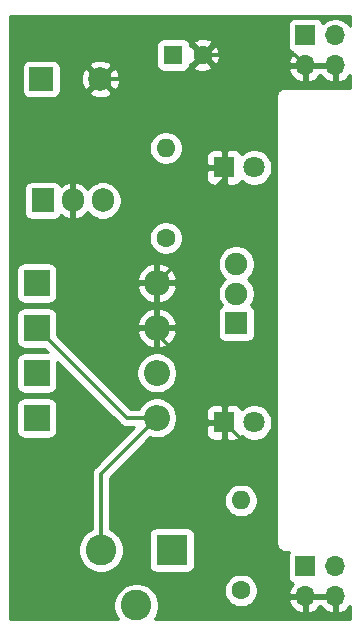
<source format=gbl>
%TF.GenerationSoftware,KiCad,Pcbnew,5.1.7-a382d34a8~87~ubuntu20.04.1*%
%TF.CreationDate,2020-11-05T15:25:51-03:00*%
%TF.ProjectId,Power_Suply,506f7765-725f-4537-9570-6c792e6b6963,1*%
%TF.SameCoordinates,Original*%
%TF.FileFunction,Copper,L2,Bot*%
%TF.FilePolarity,Positive*%
%FSLAX46Y46*%
G04 Gerber Fmt 4.6, Leading zero omitted, Abs format (unit mm)*
G04 Created by KiCad (PCBNEW 5.1.7-a382d34a8~87~ubuntu20.04.1) date 2020-11-05 15:25:51*
%MOMM*%
%LPD*%
G01*
G04 APERTURE LIST*
%TA.AperFunction,ComponentPad*%
%ADD10R,2.000000X2.000000*%
%TD*%
%TA.AperFunction,ComponentPad*%
%ADD11C,2.000000*%
%TD*%
%TA.AperFunction,ComponentPad*%
%ADD12R,1.600000X1.600000*%
%TD*%
%TA.AperFunction,ComponentPad*%
%ADD13C,1.600000*%
%TD*%
%TA.AperFunction,ComponentPad*%
%ADD14O,2.200000X2.200000*%
%TD*%
%TA.AperFunction,ComponentPad*%
%ADD15R,2.200000X2.200000*%
%TD*%
%TA.AperFunction,ComponentPad*%
%ADD16R,1.800000X1.800000*%
%TD*%
%TA.AperFunction,ComponentPad*%
%ADD17C,1.800000*%
%TD*%
%TA.AperFunction,ComponentPad*%
%ADD18R,2.600000X2.600000*%
%TD*%
%TA.AperFunction,ComponentPad*%
%ADD19C,2.600000*%
%TD*%
%TA.AperFunction,ComponentPad*%
%ADD20R,1.700000X1.700000*%
%TD*%
%TA.AperFunction,ComponentPad*%
%ADD21O,1.700000X1.700000*%
%TD*%
%TA.AperFunction,ComponentPad*%
%ADD22O,1.600000X1.600000*%
%TD*%
%TA.AperFunction,ComponentPad*%
%ADD23R,1.900000X1.900000*%
%TD*%
%TA.AperFunction,ComponentPad*%
%ADD24C,1.900000*%
%TD*%
%TA.AperFunction,ComponentPad*%
%ADD25R,1.905000X2.000000*%
%TD*%
%TA.AperFunction,ComponentPad*%
%ADD26O,1.905000X2.000000*%
%TD*%
%TA.AperFunction,Conductor*%
%ADD27C,0.300000*%
%TD*%
%TA.AperFunction,Conductor*%
%ADD28C,0.254000*%
%TD*%
%TA.AperFunction,Conductor*%
%ADD29C,0.100000*%
%TD*%
G04 APERTURE END LIST*
D10*
%TO.P,C1,1*%
%TO.N,/Vin*%
X53975000Y-70358000D03*
D11*
%TO.P,C1,2*%
%TO.N,/V-*%
X58975000Y-70358000D03*
%TD*%
D12*
%TO.P,C2,1*%
%TO.N,/Vout1*%
X65151000Y-68326000D03*
D13*
%TO.P,C2,2*%
%TO.N,/V-*%
X67651000Y-68326000D03*
%TD*%
D14*
%TO.P,D1,2*%
%TO.N,Net-(D1-Pad2)*%
X63754000Y-95250000D03*
D15*
%TO.P,D1,1*%
%TO.N,/Vin*%
X53594000Y-95250000D03*
%TD*%
D14*
%TO.P,D2,2*%
%TO.N,/V-*%
X63754000Y-87630000D03*
D15*
%TO.P,D2,1*%
%TO.N,Net-(D1-Pad2)*%
X53594000Y-87630000D03*
%TD*%
%TO.P,D3,1*%
%TO.N,/Vin*%
X53594000Y-99060000D03*
D14*
%TO.P,D3,2*%
%TO.N,Net-(D3-Pad2)*%
X63754000Y-99060000D03*
%TD*%
D15*
%TO.P,D4,1*%
%TO.N,Net-(D3-Pad2)*%
X53594000Y-91440000D03*
D14*
%TO.P,D4,2*%
%TO.N,/V-*%
X63754000Y-91440000D03*
%TD*%
D16*
%TO.P,D5,1*%
%TO.N,/V-*%
X69469000Y-99441000D03*
D17*
%TO.P,D5,2*%
%TO.N,Net-(D5-Pad2)*%
X72009000Y-99441000D03*
%TD*%
%TO.P,D6,2*%
%TO.N,Net-(D6-Pad2)*%
X72009000Y-77851000D03*
D16*
%TO.P,D6,1*%
%TO.N,/V-*%
X69469000Y-77851000D03*
%TD*%
D18*
%TO.P,J1,1*%
%TO.N,Net-(D1-Pad2)*%
X65024000Y-110236000D03*
D19*
%TO.P,J1,2*%
%TO.N,Net-(D3-Pad2)*%
X59024000Y-110236000D03*
%TO.P,J1,3*%
%TO.N,Net-(J1-Pad3)*%
X62024000Y-114936000D03*
%TD*%
D20*
%TO.P,J2,1*%
%TO.N,/Vout2*%
X76327000Y-66675000D03*
D21*
%TO.P,J2,2*%
X78867000Y-66675000D03*
%TO.P,J2,3*%
%TO.N,/V-*%
X76327000Y-69215000D03*
%TO.P,J2,4*%
X78867000Y-69215000D03*
%TD*%
%TO.P,J3,4*%
%TO.N,/V-*%
X78867000Y-114173000D03*
%TO.P,J3,3*%
X76327000Y-114173000D03*
%TO.P,J3,2*%
%TO.N,/Vout2*%
X78867000Y-111633000D03*
D20*
%TO.P,J3,1*%
X76327000Y-111633000D03*
%TD*%
D13*
%TO.P,R1,1*%
%TO.N,/Vout1*%
X70866000Y-113665000D03*
D22*
%TO.P,R1,2*%
%TO.N,Net-(D5-Pad2)*%
X70866000Y-106045000D03*
%TD*%
%TO.P,R2,2*%
%TO.N,Net-(D6-Pad2)*%
X64516000Y-76200000D03*
D13*
%TO.P,R2,1*%
%TO.N,/Vout2*%
X64516000Y-83820000D03*
%TD*%
D23*
%TO.P,SW1,1*%
%TO.N,/Vout2*%
X70485000Y-91026000D03*
D24*
%TO.P,SW1,2*%
%TO.N,/Vout1*%
X70485000Y-88526000D03*
%TO.P,SW1,3*%
%TO.N,Net-(SW1-Pad3)*%
X70485000Y-86026000D03*
%TD*%
D25*
%TO.P,U1,1*%
%TO.N,/Vin*%
X54102000Y-80645000D03*
D26*
%TO.P,U1,2*%
%TO.N,/V-*%
X56642000Y-80645000D03*
%TO.P,U1,3*%
%TO.N,/Vout1*%
X59182000Y-80645000D03*
%TD*%
D27*
%TO.N,/V-*%
X78867000Y-114173000D02*
X76327000Y-114173000D01*
X76327000Y-114173000D02*
X74676000Y-114173000D01*
X74676000Y-114173000D02*
X73660000Y-113157000D01*
X73660000Y-103632000D02*
X69469000Y-99441000D01*
X73660000Y-113157000D02*
X73660000Y-103632000D01*
X63754000Y-87630000D02*
X63754000Y-87249000D01*
X56642000Y-72691000D02*
X58975000Y-70358000D01*
X56642000Y-80645000D02*
X56642000Y-72691000D01*
X65619000Y-70358000D02*
X67651000Y-68326000D01*
X58975000Y-70358000D02*
X65619000Y-70358000D01*
X78867000Y-69215000D02*
X76327000Y-69215000D01*
X75438000Y-68326000D02*
X76327000Y-69215000D01*
X67651000Y-68326000D02*
X75438000Y-68326000D01*
X63754000Y-91440000D02*
X63754000Y-87630000D01*
X63754000Y-87630000D02*
X60960000Y-87630000D01*
X56642000Y-83312000D02*
X56642000Y-80645000D01*
X60960000Y-87630000D02*
X56642000Y-83312000D01*
X63754000Y-91440000D02*
X63754000Y-91948000D01*
X69469000Y-97663000D02*
X69469000Y-99441000D01*
X63754000Y-91948000D02*
X69469000Y-97663000D01*
X69469000Y-77851000D02*
X69469000Y-78867000D01*
X69469000Y-78867000D02*
X66548000Y-81788000D01*
X66548000Y-84836000D02*
X63754000Y-87630000D01*
X66548000Y-81788000D02*
X66548000Y-84836000D01*
%TO.N,Net-(D3-Pad2)*%
X59024000Y-103790000D02*
X63754000Y-99060000D01*
X59024000Y-110236000D02*
X59024000Y-103790000D01*
X61214000Y-99060000D02*
X53594000Y-91440000D01*
X63754000Y-99060000D02*
X61214000Y-99060000D01*
%TD*%
D28*
%TO.N,/V-*%
X80112001Y-65865346D02*
X80020475Y-65728368D01*
X79813632Y-65521525D01*
X79570411Y-65359010D01*
X79300158Y-65247068D01*
X79013260Y-65190000D01*
X78720740Y-65190000D01*
X78433842Y-65247068D01*
X78163589Y-65359010D01*
X77920368Y-65521525D01*
X77788513Y-65653380D01*
X77766502Y-65580820D01*
X77707537Y-65470506D01*
X77628185Y-65373815D01*
X77531494Y-65294463D01*
X77421180Y-65235498D01*
X77301482Y-65199188D01*
X77177000Y-65186928D01*
X75477000Y-65186928D01*
X75352518Y-65199188D01*
X75232820Y-65235498D01*
X75122506Y-65294463D01*
X75025815Y-65373815D01*
X74946463Y-65470506D01*
X74887498Y-65580820D01*
X74851188Y-65700518D01*
X74838928Y-65825000D01*
X74838928Y-67525000D01*
X74851188Y-67649482D01*
X74887498Y-67769180D01*
X74946463Y-67879494D01*
X75025815Y-67976185D01*
X75122506Y-68055537D01*
X75232820Y-68114502D01*
X75313466Y-68138966D01*
X75229412Y-68214731D01*
X75055359Y-68448080D01*
X74930175Y-68710901D01*
X74885524Y-68858110D01*
X75006845Y-69088000D01*
X76200000Y-69088000D01*
X76200000Y-69068000D01*
X76454000Y-69068000D01*
X76454000Y-69088000D01*
X78740000Y-69088000D01*
X78740000Y-69068000D01*
X78994000Y-69068000D01*
X78994000Y-69088000D01*
X79014000Y-69088000D01*
X79014000Y-69342000D01*
X78994000Y-69342000D01*
X78994000Y-70535814D01*
X79223891Y-70656481D01*
X79498252Y-70559157D01*
X79748355Y-70410178D01*
X79964588Y-70215269D01*
X80112000Y-70017637D01*
X80112000Y-71095000D01*
X74581419Y-71095000D01*
X74549000Y-71091807D01*
X74516581Y-71095000D01*
X74419617Y-71104550D01*
X74295207Y-71142290D01*
X74180550Y-71203575D01*
X74109242Y-71262096D01*
X74097443Y-71268403D01*
X74078197Y-71284197D01*
X74062403Y-71303443D01*
X74056096Y-71315242D01*
X73997575Y-71386550D01*
X73936290Y-71501207D01*
X73898550Y-71625617D01*
X73885807Y-71755000D01*
X73889001Y-71787429D01*
X73889000Y-109695581D01*
X73885807Y-109728000D01*
X73898550Y-109857383D01*
X73936290Y-109981793D01*
X73997575Y-110096450D01*
X74047422Y-110157188D01*
X74080052Y-110196948D01*
X74180550Y-110279425D01*
X74295207Y-110340710D01*
X74419617Y-110378450D01*
X74549000Y-110391193D01*
X74581419Y-110388000D01*
X74979705Y-110388000D01*
X74946463Y-110428506D01*
X74887498Y-110538820D01*
X74851188Y-110658518D01*
X74838928Y-110783000D01*
X74838928Y-112483000D01*
X74851188Y-112607482D01*
X74887498Y-112727180D01*
X74946463Y-112837494D01*
X75025815Y-112934185D01*
X75122506Y-113013537D01*
X75232820Y-113072502D01*
X75313466Y-113096966D01*
X75229412Y-113172731D01*
X75055359Y-113406080D01*
X74930175Y-113668901D01*
X74885524Y-113816110D01*
X75006845Y-114046000D01*
X76200000Y-114046000D01*
X76200000Y-114026000D01*
X76454000Y-114026000D01*
X76454000Y-114046000D01*
X78740000Y-114046000D01*
X78740000Y-114026000D01*
X78994000Y-114026000D01*
X78994000Y-114046000D01*
X79014000Y-114046000D01*
X79014000Y-114300000D01*
X78994000Y-114300000D01*
X78994000Y-115493814D01*
X79223891Y-115614481D01*
X79498252Y-115517157D01*
X79748355Y-115368178D01*
X79964588Y-115173269D01*
X80112000Y-114975637D01*
X80112000Y-116053000D01*
X63604850Y-116053000D01*
X63738775Y-115852566D01*
X63884639Y-115500419D01*
X63959000Y-115126581D01*
X63959000Y-114745419D01*
X63884639Y-114371581D01*
X63738775Y-114019434D01*
X63527013Y-113702509D01*
X63348169Y-113523665D01*
X69431000Y-113523665D01*
X69431000Y-113806335D01*
X69486147Y-114083574D01*
X69594320Y-114344727D01*
X69751363Y-114579759D01*
X69951241Y-114779637D01*
X70186273Y-114936680D01*
X70447426Y-115044853D01*
X70724665Y-115100000D01*
X71007335Y-115100000D01*
X71284574Y-115044853D01*
X71545727Y-114936680D01*
X71780759Y-114779637D01*
X71980637Y-114579759D01*
X72013958Y-114529890D01*
X74885524Y-114529890D01*
X74930175Y-114677099D01*
X75055359Y-114939920D01*
X75229412Y-115173269D01*
X75445645Y-115368178D01*
X75695748Y-115517157D01*
X75970109Y-115614481D01*
X76200000Y-115493814D01*
X76200000Y-114300000D01*
X76454000Y-114300000D01*
X76454000Y-115493814D01*
X76683891Y-115614481D01*
X76958252Y-115517157D01*
X77208355Y-115368178D01*
X77424588Y-115173269D01*
X77597000Y-114942120D01*
X77769412Y-115173269D01*
X77985645Y-115368178D01*
X78235748Y-115517157D01*
X78510109Y-115614481D01*
X78740000Y-115493814D01*
X78740000Y-114300000D01*
X76454000Y-114300000D01*
X76200000Y-114300000D01*
X75006845Y-114300000D01*
X74885524Y-114529890D01*
X72013958Y-114529890D01*
X72137680Y-114344727D01*
X72245853Y-114083574D01*
X72301000Y-113806335D01*
X72301000Y-113523665D01*
X72245853Y-113246426D01*
X72137680Y-112985273D01*
X71980637Y-112750241D01*
X71780759Y-112550363D01*
X71545727Y-112393320D01*
X71284574Y-112285147D01*
X71007335Y-112230000D01*
X70724665Y-112230000D01*
X70447426Y-112285147D01*
X70186273Y-112393320D01*
X69951241Y-112550363D01*
X69751363Y-112750241D01*
X69594320Y-112985273D01*
X69486147Y-113246426D01*
X69431000Y-113523665D01*
X63348169Y-113523665D01*
X63257491Y-113432987D01*
X62940566Y-113221225D01*
X62588419Y-113075361D01*
X62214581Y-113001000D01*
X61833419Y-113001000D01*
X61459581Y-113075361D01*
X61107434Y-113221225D01*
X60790509Y-113432987D01*
X60520987Y-113702509D01*
X60309225Y-114019434D01*
X60163361Y-114371581D01*
X60089000Y-114745419D01*
X60089000Y-115126581D01*
X60163361Y-115500419D01*
X60309225Y-115852566D01*
X60443150Y-116053000D01*
X51333000Y-116053000D01*
X51333000Y-97960000D01*
X51855928Y-97960000D01*
X51855928Y-100160000D01*
X51868188Y-100284482D01*
X51904498Y-100404180D01*
X51963463Y-100514494D01*
X52042815Y-100611185D01*
X52139506Y-100690537D01*
X52249820Y-100749502D01*
X52369518Y-100785812D01*
X52494000Y-100798072D01*
X54694000Y-100798072D01*
X54818482Y-100785812D01*
X54938180Y-100749502D01*
X55048494Y-100690537D01*
X55145185Y-100611185D01*
X55224537Y-100514494D01*
X55283502Y-100404180D01*
X55319812Y-100284482D01*
X55332072Y-100160000D01*
X55332072Y-97960000D01*
X55319812Y-97835518D01*
X55283502Y-97715820D01*
X55224537Y-97605506D01*
X55145185Y-97508815D01*
X55048494Y-97429463D01*
X54938180Y-97370498D01*
X54818482Y-97334188D01*
X54694000Y-97321928D01*
X52494000Y-97321928D01*
X52369518Y-97334188D01*
X52249820Y-97370498D01*
X52139506Y-97429463D01*
X52042815Y-97508815D01*
X51963463Y-97605506D01*
X51904498Y-97715820D01*
X51868188Y-97835518D01*
X51855928Y-97960000D01*
X51333000Y-97960000D01*
X51333000Y-90340000D01*
X51855928Y-90340000D01*
X51855928Y-92540000D01*
X51868188Y-92664482D01*
X51904498Y-92784180D01*
X51963463Y-92894494D01*
X52042815Y-92991185D01*
X52139506Y-93070537D01*
X52249820Y-93129502D01*
X52369518Y-93165812D01*
X52494000Y-93178072D01*
X54221915Y-93178072D01*
X54555771Y-93511928D01*
X52494000Y-93511928D01*
X52369518Y-93524188D01*
X52249820Y-93560498D01*
X52139506Y-93619463D01*
X52042815Y-93698815D01*
X51963463Y-93795506D01*
X51904498Y-93905820D01*
X51868188Y-94025518D01*
X51855928Y-94150000D01*
X51855928Y-96350000D01*
X51868188Y-96474482D01*
X51904498Y-96594180D01*
X51963463Y-96704494D01*
X52042815Y-96801185D01*
X52139506Y-96880537D01*
X52249820Y-96939502D01*
X52369518Y-96975812D01*
X52494000Y-96988072D01*
X54694000Y-96988072D01*
X54818482Y-96975812D01*
X54938180Y-96939502D01*
X55048494Y-96880537D01*
X55145185Y-96801185D01*
X55224537Y-96704494D01*
X55283502Y-96594180D01*
X55319812Y-96474482D01*
X55332072Y-96350000D01*
X55332072Y-94288229D01*
X60631655Y-99587813D01*
X60656236Y-99617764D01*
X60686184Y-99642342D01*
X60686187Y-99642345D01*
X60715559Y-99666450D01*
X60775767Y-99715862D01*
X60912140Y-99788754D01*
X61025672Y-99823194D01*
X61060112Y-99833641D01*
X61074490Y-99835057D01*
X61175439Y-99845000D01*
X61175446Y-99845000D01*
X61213999Y-99848797D01*
X61252552Y-99845000D01*
X61858842Y-99845000D01*
X58496185Y-103207658D01*
X58466237Y-103232236D01*
X58441659Y-103262184D01*
X58441655Y-103262188D01*
X58408690Y-103302356D01*
X58368139Y-103351767D01*
X58329177Y-103424660D01*
X58295246Y-103488141D01*
X58250359Y-103636114D01*
X58235203Y-103790000D01*
X58239001Y-103828563D01*
X58239000Y-108466728D01*
X58107434Y-108521225D01*
X57790509Y-108732987D01*
X57520987Y-109002509D01*
X57309225Y-109319434D01*
X57163361Y-109671581D01*
X57089000Y-110045419D01*
X57089000Y-110426581D01*
X57163361Y-110800419D01*
X57309225Y-111152566D01*
X57520987Y-111469491D01*
X57790509Y-111739013D01*
X58107434Y-111950775D01*
X58459581Y-112096639D01*
X58833419Y-112171000D01*
X59214581Y-112171000D01*
X59588419Y-112096639D01*
X59940566Y-111950775D01*
X60257491Y-111739013D01*
X60527013Y-111469491D01*
X60738775Y-111152566D01*
X60884639Y-110800419D01*
X60959000Y-110426581D01*
X60959000Y-110045419D01*
X60884639Y-109671581D01*
X60738775Y-109319434D01*
X60527013Y-109002509D01*
X60460504Y-108936000D01*
X63085928Y-108936000D01*
X63085928Y-111536000D01*
X63098188Y-111660482D01*
X63134498Y-111780180D01*
X63193463Y-111890494D01*
X63272815Y-111987185D01*
X63369506Y-112066537D01*
X63479820Y-112125502D01*
X63599518Y-112161812D01*
X63724000Y-112174072D01*
X66324000Y-112174072D01*
X66448482Y-112161812D01*
X66568180Y-112125502D01*
X66678494Y-112066537D01*
X66775185Y-111987185D01*
X66854537Y-111890494D01*
X66913502Y-111780180D01*
X66949812Y-111660482D01*
X66962072Y-111536000D01*
X66962072Y-108936000D01*
X66949812Y-108811518D01*
X66913502Y-108691820D01*
X66854537Y-108581506D01*
X66775185Y-108484815D01*
X66678494Y-108405463D01*
X66568180Y-108346498D01*
X66448482Y-108310188D01*
X66324000Y-108297928D01*
X63724000Y-108297928D01*
X63599518Y-108310188D01*
X63479820Y-108346498D01*
X63369506Y-108405463D01*
X63272815Y-108484815D01*
X63193463Y-108581506D01*
X63134498Y-108691820D01*
X63098188Y-108811518D01*
X63085928Y-108936000D01*
X60460504Y-108936000D01*
X60257491Y-108732987D01*
X59940566Y-108521225D01*
X59809000Y-108466729D01*
X59809000Y-105903665D01*
X69431000Y-105903665D01*
X69431000Y-106186335D01*
X69486147Y-106463574D01*
X69594320Y-106724727D01*
X69751363Y-106959759D01*
X69951241Y-107159637D01*
X70186273Y-107316680D01*
X70447426Y-107424853D01*
X70724665Y-107480000D01*
X71007335Y-107480000D01*
X71284574Y-107424853D01*
X71545727Y-107316680D01*
X71780759Y-107159637D01*
X71980637Y-106959759D01*
X72137680Y-106724727D01*
X72245853Y-106463574D01*
X72301000Y-106186335D01*
X72301000Y-105903665D01*
X72245853Y-105626426D01*
X72137680Y-105365273D01*
X71980637Y-105130241D01*
X71780759Y-104930363D01*
X71545727Y-104773320D01*
X71284574Y-104665147D01*
X71007335Y-104610000D01*
X70724665Y-104610000D01*
X70447426Y-104665147D01*
X70186273Y-104773320D01*
X69951241Y-104930363D01*
X69751363Y-105130241D01*
X69594320Y-105365273D01*
X69486147Y-105626426D01*
X69431000Y-105903665D01*
X59809000Y-105903665D01*
X59809000Y-104115157D01*
X63211088Y-100713069D01*
X63247919Y-100728325D01*
X63583117Y-100795000D01*
X63924883Y-100795000D01*
X64260081Y-100728325D01*
X64575831Y-100597537D01*
X64859998Y-100407663D01*
X64926661Y-100341000D01*
X67930928Y-100341000D01*
X67943188Y-100465482D01*
X67979498Y-100585180D01*
X68038463Y-100695494D01*
X68117815Y-100792185D01*
X68214506Y-100871537D01*
X68324820Y-100930502D01*
X68444518Y-100966812D01*
X68569000Y-100979072D01*
X69183250Y-100976000D01*
X69342000Y-100817250D01*
X69342000Y-99568000D01*
X68092750Y-99568000D01*
X67934000Y-99726750D01*
X67930928Y-100341000D01*
X64926661Y-100341000D01*
X65101663Y-100165998D01*
X65291537Y-99881831D01*
X65422325Y-99566081D01*
X65489000Y-99230883D01*
X65489000Y-98889117D01*
X65422325Y-98553919D01*
X65416974Y-98541000D01*
X67930928Y-98541000D01*
X67934000Y-99155250D01*
X68092750Y-99314000D01*
X69342000Y-99314000D01*
X69342000Y-98064750D01*
X69596000Y-98064750D01*
X69596000Y-99314000D01*
X69616000Y-99314000D01*
X69616000Y-99568000D01*
X69596000Y-99568000D01*
X69596000Y-100817250D01*
X69754750Y-100976000D01*
X70369000Y-100979072D01*
X70493482Y-100966812D01*
X70613180Y-100930502D01*
X70723494Y-100871537D01*
X70820185Y-100792185D01*
X70899537Y-100695494D01*
X70958502Y-100585180D01*
X70964056Y-100566873D01*
X71030495Y-100633312D01*
X71281905Y-100801299D01*
X71561257Y-100917011D01*
X71857816Y-100976000D01*
X72160184Y-100976000D01*
X72456743Y-100917011D01*
X72736095Y-100801299D01*
X72987505Y-100633312D01*
X73201312Y-100419505D01*
X73369299Y-100168095D01*
X73485011Y-99888743D01*
X73544000Y-99592184D01*
X73544000Y-99289816D01*
X73485011Y-98993257D01*
X73369299Y-98713905D01*
X73201312Y-98462495D01*
X72987505Y-98248688D01*
X72736095Y-98080701D01*
X72456743Y-97964989D01*
X72160184Y-97906000D01*
X71857816Y-97906000D01*
X71561257Y-97964989D01*
X71281905Y-98080701D01*
X71030495Y-98248688D01*
X70964056Y-98315127D01*
X70958502Y-98296820D01*
X70899537Y-98186506D01*
X70820185Y-98089815D01*
X70723494Y-98010463D01*
X70613180Y-97951498D01*
X70493482Y-97915188D01*
X70369000Y-97902928D01*
X69754750Y-97906000D01*
X69596000Y-98064750D01*
X69342000Y-98064750D01*
X69183250Y-97906000D01*
X68569000Y-97902928D01*
X68444518Y-97915188D01*
X68324820Y-97951498D01*
X68214506Y-98010463D01*
X68117815Y-98089815D01*
X68038463Y-98186506D01*
X67979498Y-98296820D01*
X67943188Y-98416518D01*
X67930928Y-98541000D01*
X65416974Y-98541000D01*
X65291537Y-98238169D01*
X65101663Y-97954002D01*
X64859998Y-97712337D01*
X64575831Y-97522463D01*
X64260081Y-97391675D01*
X63924883Y-97325000D01*
X63583117Y-97325000D01*
X63247919Y-97391675D01*
X62932169Y-97522463D01*
X62648002Y-97712337D01*
X62406337Y-97954002D01*
X62216463Y-98238169D01*
X62201207Y-98275000D01*
X61539158Y-98275000D01*
X58343275Y-95079117D01*
X62019000Y-95079117D01*
X62019000Y-95420883D01*
X62085675Y-95756081D01*
X62216463Y-96071831D01*
X62406337Y-96355998D01*
X62648002Y-96597663D01*
X62932169Y-96787537D01*
X63247919Y-96918325D01*
X63583117Y-96985000D01*
X63924883Y-96985000D01*
X64260081Y-96918325D01*
X64575831Y-96787537D01*
X64859998Y-96597663D01*
X65101663Y-96355998D01*
X65291537Y-96071831D01*
X65422325Y-95756081D01*
X65489000Y-95420883D01*
X65489000Y-95079117D01*
X65422325Y-94743919D01*
X65291537Y-94428169D01*
X65101663Y-94144002D01*
X64859998Y-93902337D01*
X64575831Y-93712463D01*
X64260081Y-93581675D01*
X63924883Y-93515000D01*
X63583117Y-93515000D01*
X63247919Y-93581675D01*
X62932169Y-93712463D01*
X62648002Y-93902337D01*
X62406337Y-94144002D01*
X62216463Y-94428169D01*
X62085675Y-94743919D01*
X62019000Y-95079117D01*
X58343275Y-95079117D01*
X55332072Y-92067915D01*
X55332072Y-91836122D01*
X62064825Y-91836122D01*
X62129425Y-92049094D01*
X62279469Y-92354329D01*
X62486178Y-92624427D01*
X62741609Y-92849008D01*
X63035946Y-93019442D01*
X63357877Y-93129179D01*
X63627000Y-93011600D01*
X63627000Y-91567000D01*
X63881000Y-91567000D01*
X63881000Y-93011600D01*
X64150123Y-93129179D01*
X64472054Y-93019442D01*
X64766391Y-92849008D01*
X65021822Y-92624427D01*
X65228531Y-92354329D01*
X65378575Y-92049094D01*
X65443175Y-91836122D01*
X65325125Y-91567000D01*
X63881000Y-91567000D01*
X63627000Y-91567000D01*
X62182875Y-91567000D01*
X62064825Y-91836122D01*
X55332072Y-91836122D01*
X55332072Y-91043878D01*
X62064825Y-91043878D01*
X62182875Y-91313000D01*
X63627000Y-91313000D01*
X63627000Y-89868400D01*
X63881000Y-89868400D01*
X63881000Y-91313000D01*
X65325125Y-91313000D01*
X65443175Y-91043878D01*
X65378575Y-90830906D01*
X65228531Y-90525671D01*
X65021822Y-90255573D01*
X64817582Y-90076000D01*
X68896928Y-90076000D01*
X68896928Y-91976000D01*
X68909188Y-92100482D01*
X68945498Y-92220180D01*
X69004463Y-92330494D01*
X69083815Y-92427185D01*
X69180506Y-92506537D01*
X69290820Y-92565502D01*
X69410518Y-92601812D01*
X69535000Y-92614072D01*
X71435000Y-92614072D01*
X71559482Y-92601812D01*
X71679180Y-92565502D01*
X71789494Y-92506537D01*
X71886185Y-92427185D01*
X71965537Y-92330494D01*
X72024502Y-92220180D01*
X72060812Y-92100482D01*
X72073072Y-91976000D01*
X72073072Y-90076000D01*
X72060812Y-89951518D01*
X72024502Y-89831820D01*
X71965537Y-89721506D01*
X71886185Y-89624815D01*
X71789494Y-89545463D01*
X71730979Y-89514186D01*
X71889609Y-89276779D01*
X72009089Y-88988327D01*
X72070000Y-88682109D01*
X72070000Y-88369891D01*
X72009089Y-88063673D01*
X71889609Y-87775221D01*
X71716150Y-87515621D01*
X71495379Y-87294850D01*
X71467168Y-87276000D01*
X71495379Y-87257150D01*
X71716150Y-87036379D01*
X71889609Y-86776779D01*
X72009089Y-86488327D01*
X72070000Y-86182109D01*
X72070000Y-85869891D01*
X72009089Y-85563673D01*
X71889609Y-85275221D01*
X71716150Y-85015621D01*
X71495379Y-84794850D01*
X71235779Y-84621391D01*
X70947327Y-84501911D01*
X70641109Y-84441000D01*
X70328891Y-84441000D01*
X70022673Y-84501911D01*
X69734221Y-84621391D01*
X69474621Y-84794850D01*
X69253850Y-85015621D01*
X69080391Y-85275221D01*
X68960911Y-85563673D01*
X68900000Y-85869891D01*
X68900000Y-86182109D01*
X68960911Y-86488327D01*
X69080391Y-86776779D01*
X69253850Y-87036379D01*
X69474621Y-87257150D01*
X69502832Y-87276000D01*
X69474621Y-87294850D01*
X69253850Y-87515621D01*
X69080391Y-87775221D01*
X68960911Y-88063673D01*
X68900000Y-88369891D01*
X68900000Y-88682109D01*
X68960911Y-88988327D01*
X69080391Y-89276779D01*
X69239021Y-89514186D01*
X69180506Y-89545463D01*
X69083815Y-89624815D01*
X69004463Y-89721506D01*
X68945498Y-89831820D01*
X68909188Y-89951518D01*
X68896928Y-90076000D01*
X64817582Y-90076000D01*
X64766391Y-90030992D01*
X64472054Y-89860558D01*
X64150123Y-89750821D01*
X63881000Y-89868400D01*
X63627000Y-89868400D01*
X63357877Y-89750821D01*
X63035946Y-89860558D01*
X62741609Y-90030992D01*
X62486178Y-90255573D01*
X62279469Y-90525671D01*
X62129425Y-90830906D01*
X62064825Y-91043878D01*
X55332072Y-91043878D01*
X55332072Y-90340000D01*
X55319812Y-90215518D01*
X55283502Y-90095820D01*
X55224537Y-89985506D01*
X55145185Y-89888815D01*
X55048494Y-89809463D01*
X54938180Y-89750498D01*
X54818482Y-89714188D01*
X54694000Y-89701928D01*
X52494000Y-89701928D01*
X52369518Y-89714188D01*
X52249820Y-89750498D01*
X52139506Y-89809463D01*
X52042815Y-89888815D01*
X51963463Y-89985506D01*
X51904498Y-90095820D01*
X51868188Y-90215518D01*
X51855928Y-90340000D01*
X51333000Y-90340000D01*
X51333000Y-86530000D01*
X51855928Y-86530000D01*
X51855928Y-88730000D01*
X51868188Y-88854482D01*
X51904498Y-88974180D01*
X51963463Y-89084494D01*
X52042815Y-89181185D01*
X52139506Y-89260537D01*
X52249820Y-89319502D01*
X52369518Y-89355812D01*
X52494000Y-89368072D01*
X54694000Y-89368072D01*
X54818482Y-89355812D01*
X54938180Y-89319502D01*
X55048494Y-89260537D01*
X55145185Y-89181185D01*
X55224537Y-89084494D01*
X55283502Y-88974180D01*
X55319812Y-88854482D01*
X55332072Y-88730000D01*
X55332072Y-88026122D01*
X62064825Y-88026122D01*
X62129425Y-88239094D01*
X62279469Y-88544329D01*
X62486178Y-88814427D01*
X62741609Y-89039008D01*
X63035946Y-89209442D01*
X63357877Y-89319179D01*
X63627000Y-89201600D01*
X63627000Y-87757000D01*
X63881000Y-87757000D01*
X63881000Y-89201600D01*
X64150123Y-89319179D01*
X64472054Y-89209442D01*
X64766391Y-89039008D01*
X65021822Y-88814427D01*
X65228531Y-88544329D01*
X65378575Y-88239094D01*
X65443175Y-88026122D01*
X65325125Y-87757000D01*
X63881000Y-87757000D01*
X63627000Y-87757000D01*
X62182875Y-87757000D01*
X62064825Y-88026122D01*
X55332072Y-88026122D01*
X55332072Y-87233878D01*
X62064825Y-87233878D01*
X62182875Y-87503000D01*
X63627000Y-87503000D01*
X63627000Y-86058400D01*
X63881000Y-86058400D01*
X63881000Y-87503000D01*
X65325125Y-87503000D01*
X65443175Y-87233878D01*
X65378575Y-87020906D01*
X65228531Y-86715671D01*
X65021822Y-86445573D01*
X64766391Y-86220992D01*
X64472054Y-86050558D01*
X64150123Y-85940821D01*
X63881000Y-86058400D01*
X63627000Y-86058400D01*
X63357877Y-85940821D01*
X63035946Y-86050558D01*
X62741609Y-86220992D01*
X62486178Y-86445573D01*
X62279469Y-86715671D01*
X62129425Y-87020906D01*
X62064825Y-87233878D01*
X55332072Y-87233878D01*
X55332072Y-86530000D01*
X55319812Y-86405518D01*
X55283502Y-86285820D01*
X55224537Y-86175506D01*
X55145185Y-86078815D01*
X55048494Y-85999463D01*
X54938180Y-85940498D01*
X54818482Y-85904188D01*
X54694000Y-85891928D01*
X52494000Y-85891928D01*
X52369518Y-85904188D01*
X52249820Y-85940498D01*
X52139506Y-85999463D01*
X52042815Y-86078815D01*
X51963463Y-86175506D01*
X51904498Y-86285820D01*
X51868188Y-86405518D01*
X51855928Y-86530000D01*
X51333000Y-86530000D01*
X51333000Y-83678665D01*
X63081000Y-83678665D01*
X63081000Y-83961335D01*
X63136147Y-84238574D01*
X63244320Y-84499727D01*
X63401363Y-84734759D01*
X63601241Y-84934637D01*
X63836273Y-85091680D01*
X64097426Y-85199853D01*
X64374665Y-85255000D01*
X64657335Y-85255000D01*
X64934574Y-85199853D01*
X65195727Y-85091680D01*
X65430759Y-84934637D01*
X65630637Y-84734759D01*
X65787680Y-84499727D01*
X65895853Y-84238574D01*
X65951000Y-83961335D01*
X65951000Y-83678665D01*
X65895853Y-83401426D01*
X65787680Y-83140273D01*
X65630637Y-82905241D01*
X65430759Y-82705363D01*
X65195727Y-82548320D01*
X64934574Y-82440147D01*
X64657335Y-82385000D01*
X64374665Y-82385000D01*
X64097426Y-82440147D01*
X63836273Y-82548320D01*
X63601241Y-82705363D01*
X63401363Y-82905241D01*
X63244320Y-83140273D01*
X63136147Y-83401426D01*
X63081000Y-83678665D01*
X51333000Y-83678665D01*
X51333000Y-79645000D01*
X52511428Y-79645000D01*
X52511428Y-81645000D01*
X52523688Y-81769482D01*
X52559998Y-81889180D01*
X52618963Y-81999494D01*
X52698315Y-82096185D01*
X52795006Y-82175537D01*
X52905320Y-82234502D01*
X53025018Y-82270812D01*
X53149500Y-82283072D01*
X55054500Y-82283072D01*
X55178982Y-82270812D01*
X55298680Y-82234502D01*
X55408994Y-82175537D01*
X55505685Y-82096185D01*
X55585037Y-81999494D01*
X55634059Y-81907781D01*
X55775077Y-82020969D01*
X56050906Y-82164571D01*
X56269020Y-82235563D01*
X56515000Y-82115594D01*
X56515000Y-80772000D01*
X56495000Y-80772000D01*
X56495000Y-80518000D01*
X56515000Y-80518000D01*
X56515000Y-79174406D01*
X56769000Y-79174406D01*
X56769000Y-80518000D01*
X56789000Y-80518000D01*
X56789000Y-80772000D01*
X56769000Y-80772000D01*
X56769000Y-82115594D01*
X57014980Y-82235563D01*
X57233094Y-82164571D01*
X57508923Y-82020969D01*
X57751437Y-81826315D01*
X57906837Y-81641101D01*
X58054037Y-81820463D01*
X58295766Y-82018845D01*
X58571552Y-82166255D01*
X58870797Y-82257030D01*
X59182000Y-82287681D01*
X59493204Y-82257030D01*
X59792449Y-82166255D01*
X60068235Y-82018845D01*
X60309963Y-81820463D01*
X60508345Y-81578734D01*
X60655755Y-81302948D01*
X60746530Y-81003703D01*
X60769500Y-80770485D01*
X60769500Y-80519514D01*
X60746530Y-80286296D01*
X60655755Y-79987051D01*
X60508345Y-79711265D01*
X60309963Y-79469537D01*
X60068234Y-79271155D01*
X59792448Y-79123745D01*
X59493203Y-79032970D01*
X59182000Y-79002319D01*
X58870796Y-79032970D01*
X58571551Y-79123745D01*
X58295765Y-79271155D01*
X58054037Y-79469537D01*
X57906838Y-79648900D01*
X57751437Y-79463685D01*
X57508923Y-79269031D01*
X57233094Y-79125429D01*
X57014980Y-79054437D01*
X56769000Y-79174406D01*
X56515000Y-79174406D01*
X56269020Y-79054437D01*
X56050906Y-79125429D01*
X55775077Y-79269031D01*
X55634059Y-79382219D01*
X55585037Y-79290506D01*
X55505685Y-79193815D01*
X55408994Y-79114463D01*
X55298680Y-79055498D01*
X55178982Y-79019188D01*
X55054500Y-79006928D01*
X53149500Y-79006928D01*
X53025018Y-79019188D01*
X52905320Y-79055498D01*
X52795006Y-79114463D01*
X52698315Y-79193815D01*
X52618963Y-79290506D01*
X52559998Y-79400820D01*
X52523688Y-79520518D01*
X52511428Y-79645000D01*
X51333000Y-79645000D01*
X51333000Y-78751000D01*
X67930928Y-78751000D01*
X67943188Y-78875482D01*
X67979498Y-78995180D01*
X68038463Y-79105494D01*
X68117815Y-79202185D01*
X68214506Y-79281537D01*
X68324820Y-79340502D01*
X68444518Y-79376812D01*
X68569000Y-79389072D01*
X69183250Y-79386000D01*
X69342000Y-79227250D01*
X69342000Y-77978000D01*
X68092750Y-77978000D01*
X67934000Y-78136750D01*
X67930928Y-78751000D01*
X51333000Y-78751000D01*
X51333000Y-76058665D01*
X63081000Y-76058665D01*
X63081000Y-76341335D01*
X63136147Y-76618574D01*
X63244320Y-76879727D01*
X63401363Y-77114759D01*
X63601241Y-77314637D01*
X63836273Y-77471680D01*
X64097426Y-77579853D01*
X64374665Y-77635000D01*
X64657335Y-77635000D01*
X64934574Y-77579853D01*
X65195727Y-77471680D01*
X65430759Y-77314637D01*
X65630637Y-77114759D01*
X65740057Y-76951000D01*
X67930928Y-76951000D01*
X67934000Y-77565250D01*
X68092750Y-77724000D01*
X69342000Y-77724000D01*
X69342000Y-76474750D01*
X69596000Y-76474750D01*
X69596000Y-77724000D01*
X69616000Y-77724000D01*
X69616000Y-77978000D01*
X69596000Y-77978000D01*
X69596000Y-79227250D01*
X69754750Y-79386000D01*
X70369000Y-79389072D01*
X70493482Y-79376812D01*
X70613180Y-79340502D01*
X70723494Y-79281537D01*
X70820185Y-79202185D01*
X70899537Y-79105494D01*
X70958502Y-78995180D01*
X70964056Y-78976873D01*
X71030495Y-79043312D01*
X71281905Y-79211299D01*
X71561257Y-79327011D01*
X71857816Y-79386000D01*
X72160184Y-79386000D01*
X72456743Y-79327011D01*
X72736095Y-79211299D01*
X72987505Y-79043312D01*
X73201312Y-78829505D01*
X73369299Y-78578095D01*
X73485011Y-78298743D01*
X73544000Y-78002184D01*
X73544000Y-77699816D01*
X73485011Y-77403257D01*
X73369299Y-77123905D01*
X73201312Y-76872495D01*
X72987505Y-76658688D01*
X72736095Y-76490701D01*
X72456743Y-76374989D01*
X72160184Y-76316000D01*
X71857816Y-76316000D01*
X71561257Y-76374989D01*
X71281905Y-76490701D01*
X71030495Y-76658688D01*
X70964056Y-76725127D01*
X70958502Y-76706820D01*
X70899537Y-76596506D01*
X70820185Y-76499815D01*
X70723494Y-76420463D01*
X70613180Y-76361498D01*
X70493482Y-76325188D01*
X70369000Y-76312928D01*
X69754750Y-76316000D01*
X69596000Y-76474750D01*
X69342000Y-76474750D01*
X69183250Y-76316000D01*
X68569000Y-76312928D01*
X68444518Y-76325188D01*
X68324820Y-76361498D01*
X68214506Y-76420463D01*
X68117815Y-76499815D01*
X68038463Y-76596506D01*
X67979498Y-76706820D01*
X67943188Y-76826518D01*
X67930928Y-76951000D01*
X65740057Y-76951000D01*
X65787680Y-76879727D01*
X65895853Y-76618574D01*
X65951000Y-76341335D01*
X65951000Y-76058665D01*
X65895853Y-75781426D01*
X65787680Y-75520273D01*
X65630637Y-75285241D01*
X65430759Y-75085363D01*
X65195727Y-74928320D01*
X64934574Y-74820147D01*
X64657335Y-74765000D01*
X64374665Y-74765000D01*
X64097426Y-74820147D01*
X63836273Y-74928320D01*
X63601241Y-75085363D01*
X63401363Y-75285241D01*
X63244320Y-75520273D01*
X63136147Y-75781426D01*
X63081000Y-76058665D01*
X51333000Y-76058665D01*
X51333000Y-69358000D01*
X52336928Y-69358000D01*
X52336928Y-71358000D01*
X52349188Y-71482482D01*
X52385498Y-71602180D01*
X52444463Y-71712494D01*
X52523815Y-71809185D01*
X52620506Y-71888537D01*
X52730820Y-71947502D01*
X52850518Y-71983812D01*
X52975000Y-71996072D01*
X54975000Y-71996072D01*
X55099482Y-71983812D01*
X55219180Y-71947502D01*
X55329494Y-71888537D01*
X55426185Y-71809185D01*
X55505537Y-71712494D01*
X55564502Y-71602180D01*
X55597496Y-71493413D01*
X58019192Y-71493413D01*
X58114956Y-71757814D01*
X58404571Y-71898704D01*
X58716108Y-71980384D01*
X59037595Y-71999718D01*
X59356675Y-71955961D01*
X59661088Y-71850795D01*
X59835044Y-71757814D01*
X59930808Y-71493413D01*
X58975000Y-70537605D01*
X58019192Y-71493413D01*
X55597496Y-71493413D01*
X55600812Y-71482482D01*
X55613072Y-71358000D01*
X55613072Y-70420595D01*
X57333282Y-70420595D01*
X57377039Y-70739675D01*
X57482205Y-71044088D01*
X57575186Y-71218044D01*
X57839587Y-71313808D01*
X58795395Y-70358000D01*
X59154605Y-70358000D01*
X60110413Y-71313808D01*
X60374814Y-71218044D01*
X60515704Y-70928429D01*
X60597384Y-70616892D01*
X60616718Y-70295405D01*
X60572961Y-69976325D01*
X60467795Y-69671912D01*
X60374814Y-69497956D01*
X60110413Y-69402192D01*
X59154605Y-70358000D01*
X58795395Y-70358000D01*
X57839587Y-69402192D01*
X57575186Y-69497956D01*
X57434296Y-69787571D01*
X57352616Y-70099108D01*
X57333282Y-70420595D01*
X55613072Y-70420595D01*
X55613072Y-69358000D01*
X55600812Y-69233518D01*
X55597497Y-69222587D01*
X58019192Y-69222587D01*
X58975000Y-70178395D01*
X59930808Y-69222587D01*
X59835044Y-68958186D01*
X59545429Y-68817296D01*
X59233892Y-68735616D01*
X58912405Y-68716282D01*
X58593325Y-68760039D01*
X58288912Y-68865205D01*
X58114956Y-68958186D01*
X58019192Y-69222587D01*
X55597497Y-69222587D01*
X55564502Y-69113820D01*
X55505537Y-69003506D01*
X55426185Y-68906815D01*
X55329494Y-68827463D01*
X55219180Y-68768498D01*
X55099482Y-68732188D01*
X54975000Y-68719928D01*
X52975000Y-68719928D01*
X52850518Y-68732188D01*
X52730820Y-68768498D01*
X52620506Y-68827463D01*
X52523815Y-68906815D01*
X52444463Y-69003506D01*
X52385498Y-69113820D01*
X52349188Y-69233518D01*
X52336928Y-69358000D01*
X51333000Y-69358000D01*
X51333000Y-67526000D01*
X63712928Y-67526000D01*
X63712928Y-69126000D01*
X63725188Y-69250482D01*
X63761498Y-69370180D01*
X63820463Y-69480494D01*
X63899815Y-69577185D01*
X63996506Y-69656537D01*
X64106820Y-69715502D01*
X64226518Y-69751812D01*
X64351000Y-69764072D01*
X65951000Y-69764072D01*
X66075482Y-69751812D01*
X66195180Y-69715502D01*
X66305494Y-69656537D01*
X66402185Y-69577185D01*
X66481537Y-69480494D01*
X66540502Y-69370180D01*
X66556117Y-69318702D01*
X66837903Y-69318702D01*
X66909486Y-69562671D01*
X67164996Y-69683571D01*
X67439184Y-69752300D01*
X67721512Y-69766217D01*
X68001130Y-69724787D01*
X68267292Y-69629603D01*
X68375266Y-69571890D01*
X74885524Y-69571890D01*
X74930175Y-69719099D01*
X75055359Y-69981920D01*
X75229412Y-70215269D01*
X75445645Y-70410178D01*
X75695748Y-70559157D01*
X75970109Y-70656481D01*
X76200000Y-70535814D01*
X76200000Y-69342000D01*
X76454000Y-69342000D01*
X76454000Y-70535814D01*
X76683891Y-70656481D01*
X76958252Y-70559157D01*
X77208355Y-70410178D01*
X77424588Y-70215269D01*
X77597000Y-69984120D01*
X77769412Y-70215269D01*
X77985645Y-70410178D01*
X78235748Y-70559157D01*
X78510109Y-70656481D01*
X78740000Y-70535814D01*
X78740000Y-69342000D01*
X76454000Y-69342000D01*
X76200000Y-69342000D01*
X75006845Y-69342000D01*
X74885524Y-69571890D01*
X68375266Y-69571890D01*
X68392514Y-69562671D01*
X68464097Y-69318702D01*
X67651000Y-68505605D01*
X66837903Y-69318702D01*
X66556117Y-69318702D01*
X66576812Y-69250482D01*
X66589072Y-69126000D01*
X66589072Y-69118785D01*
X66658298Y-69139097D01*
X67471395Y-68326000D01*
X67830605Y-68326000D01*
X68643702Y-69139097D01*
X68887671Y-69067514D01*
X69008571Y-68812004D01*
X69077300Y-68537816D01*
X69091217Y-68255488D01*
X69049787Y-67975870D01*
X68954603Y-67709708D01*
X68887671Y-67584486D01*
X68643702Y-67512903D01*
X67830605Y-68326000D01*
X67471395Y-68326000D01*
X66658298Y-67512903D01*
X66589072Y-67533215D01*
X66589072Y-67526000D01*
X66576812Y-67401518D01*
X66556118Y-67333298D01*
X66837903Y-67333298D01*
X67651000Y-68146395D01*
X68464097Y-67333298D01*
X68392514Y-67089329D01*
X68137004Y-66968429D01*
X67862816Y-66899700D01*
X67580488Y-66885783D01*
X67300870Y-66927213D01*
X67034708Y-67022397D01*
X66909486Y-67089329D01*
X66837903Y-67333298D01*
X66556118Y-67333298D01*
X66540502Y-67281820D01*
X66481537Y-67171506D01*
X66402185Y-67074815D01*
X66305494Y-66995463D01*
X66195180Y-66936498D01*
X66075482Y-66900188D01*
X65951000Y-66887928D01*
X64351000Y-66887928D01*
X64226518Y-66900188D01*
X64106820Y-66936498D01*
X63996506Y-66995463D01*
X63899815Y-67074815D01*
X63820463Y-67171506D01*
X63761498Y-67281820D01*
X63725188Y-67401518D01*
X63712928Y-67526000D01*
X51333000Y-67526000D01*
X51333000Y-65049000D01*
X80112001Y-65049000D01*
X80112001Y-65865346D01*
%TA.AperFunction,Conductor*%
D29*
G36*
X80112001Y-65865346D02*
G01*
X80020475Y-65728368D01*
X79813632Y-65521525D01*
X79570411Y-65359010D01*
X79300158Y-65247068D01*
X79013260Y-65190000D01*
X78720740Y-65190000D01*
X78433842Y-65247068D01*
X78163589Y-65359010D01*
X77920368Y-65521525D01*
X77788513Y-65653380D01*
X77766502Y-65580820D01*
X77707537Y-65470506D01*
X77628185Y-65373815D01*
X77531494Y-65294463D01*
X77421180Y-65235498D01*
X77301482Y-65199188D01*
X77177000Y-65186928D01*
X75477000Y-65186928D01*
X75352518Y-65199188D01*
X75232820Y-65235498D01*
X75122506Y-65294463D01*
X75025815Y-65373815D01*
X74946463Y-65470506D01*
X74887498Y-65580820D01*
X74851188Y-65700518D01*
X74838928Y-65825000D01*
X74838928Y-67525000D01*
X74851188Y-67649482D01*
X74887498Y-67769180D01*
X74946463Y-67879494D01*
X75025815Y-67976185D01*
X75122506Y-68055537D01*
X75232820Y-68114502D01*
X75313466Y-68138966D01*
X75229412Y-68214731D01*
X75055359Y-68448080D01*
X74930175Y-68710901D01*
X74885524Y-68858110D01*
X75006845Y-69088000D01*
X76200000Y-69088000D01*
X76200000Y-69068000D01*
X76454000Y-69068000D01*
X76454000Y-69088000D01*
X78740000Y-69088000D01*
X78740000Y-69068000D01*
X78994000Y-69068000D01*
X78994000Y-69088000D01*
X79014000Y-69088000D01*
X79014000Y-69342000D01*
X78994000Y-69342000D01*
X78994000Y-70535814D01*
X79223891Y-70656481D01*
X79498252Y-70559157D01*
X79748355Y-70410178D01*
X79964588Y-70215269D01*
X80112000Y-70017637D01*
X80112000Y-71095000D01*
X74581419Y-71095000D01*
X74549000Y-71091807D01*
X74516581Y-71095000D01*
X74419617Y-71104550D01*
X74295207Y-71142290D01*
X74180550Y-71203575D01*
X74109242Y-71262096D01*
X74097443Y-71268403D01*
X74078197Y-71284197D01*
X74062403Y-71303443D01*
X74056096Y-71315242D01*
X73997575Y-71386550D01*
X73936290Y-71501207D01*
X73898550Y-71625617D01*
X73885807Y-71755000D01*
X73889001Y-71787429D01*
X73889000Y-109695581D01*
X73885807Y-109728000D01*
X73898550Y-109857383D01*
X73936290Y-109981793D01*
X73997575Y-110096450D01*
X74047422Y-110157188D01*
X74080052Y-110196948D01*
X74180550Y-110279425D01*
X74295207Y-110340710D01*
X74419617Y-110378450D01*
X74549000Y-110391193D01*
X74581419Y-110388000D01*
X74979705Y-110388000D01*
X74946463Y-110428506D01*
X74887498Y-110538820D01*
X74851188Y-110658518D01*
X74838928Y-110783000D01*
X74838928Y-112483000D01*
X74851188Y-112607482D01*
X74887498Y-112727180D01*
X74946463Y-112837494D01*
X75025815Y-112934185D01*
X75122506Y-113013537D01*
X75232820Y-113072502D01*
X75313466Y-113096966D01*
X75229412Y-113172731D01*
X75055359Y-113406080D01*
X74930175Y-113668901D01*
X74885524Y-113816110D01*
X75006845Y-114046000D01*
X76200000Y-114046000D01*
X76200000Y-114026000D01*
X76454000Y-114026000D01*
X76454000Y-114046000D01*
X78740000Y-114046000D01*
X78740000Y-114026000D01*
X78994000Y-114026000D01*
X78994000Y-114046000D01*
X79014000Y-114046000D01*
X79014000Y-114300000D01*
X78994000Y-114300000D01*
X78994000Y-115493814D01*
X79223891Y-115614481D01*
X79498252Y-115517157D01*
X79748355Y-115368178D01*
X79964588Y-115173269D01*
X80112000Y-114975637D01*
X80112000Y-116053000D01*
X63604850Y-116053000D01*
X63738775Y-115852566D01*
X63884639Y-115500419D01*
X63959000Y-115126581D01*
X63959000Y-114745419D01*
X63884639Y-114371581D01*
X63738775Y-114019434D01*
X63527013Y-113702509D01*
X63348169Y-113523665D01*
X69431000Y-113523665D01*
X69431000Y-113806335D01*
X69486147Y-114083574D01*
X69594320Y-114344727D01*
X69751363Y-114579759D01*
X69951241Y-114779637D01*
X70186273Y-114936680D01*
X70447426Y-115044853D01*
X70724665Y-115100000D01*
X71007335Y-115100000D01*
X71284574Y-115044853D01*
X71545727Y-114936680D01*
X71780759Y-114779637D01*
X71980637Y-114579759D01*
X72013958Y-114529890D01*
X74885524Y-114529890D01*
X74930175Y-114677099D01*
X75055359Y-114939920D01*
X75229412Y-115173269D01*
X75445645Y-115368178D01*
X75695748Y-115517157D01*
X75970109Y-115614481D01*
X76200000Y-115493814D01*
X76200000Y-114300000D01*
X76454000Y-114300000D01*
X76454000Y-115493814D01*
X76683891Y-115614481D01*
X76958252Y-115517157D01*
X77208355Y-115368178D01*
X77424588Y-115173269D01*
X77597000Y-114942120D01*
X77769412Y-115173269D01*
X77985645Y-115368178D01*
X78235748Y-115517157D01*
X78510109Y-115614481D01*
X78740000Y-115493814D01*
X78740000Y-114300000D01*
X76454000Y-114300000D01*
X76200000Y-114300000D01*
X75006845Y-114300000D01*
X74885524Y-114529890D01*
X72013958Y-114529890D01*
X72137680Y-114344727D01*
X72245853Y-114083574D01*
X72301000Y-113806335D01*
X72301000Y-113523665D01*
X72245853Y-113246426D01*
X72137680Y-112985273D01*
X71980637Y-112750241D01*
X71780759Y-112550363D01*
X71545727Y-112393320D01*
X71284574Y-112285147D01*
X71007335Y-112230000D01*
X70724665Y-112230000D01*
X70447426Y-112285147D01*
X70186273Y-112393320D01*
X69951241Y-112550363D01*
X69751363Y-112750241D01*
X69594320Y-112985273D01*
X69486147Y-113246426D01*
X69431000Y-113523665D01*
X63348169Y-113523665D01*
X63257491Y-113432987D01*
X62940566Y-113221225D01*
X62588419Y-113075361D01*
X62214581Y-113001000D01*
X61833419Y-113001000D01*
X61459581Y-113075361D01*
X61107434Y-113221225D01*
X60790509Y-113432987D01*
X60520987Y-113702509D01*
X60309225Y-114019434D01*
X60163361Y-114371581D01*
X60089000Y-114745419D01*
X60089000Y-115126581D01*
X60163361Y-115500419D01*
X60309225Y-115852566D01*
X60443150Y-116053000D01*
X51333000Y-116053000D01*
X51333000Y-97960000D01*
X51855928Y-97960000D01*
X51855928Y-100160000D01*
X51868188Y-100284482D01*
X51904498Y-100404180D01*
X51963463Y-100514494D01*
X52042815Y-100611185D01*
X52139506Y-100690537D01*
X52249820Y-100749502D01*
X52369518Y-100785812D01*
X52494000Y-100798072D01*
X54694000Y-100798072D01*
X54818482Y-100785812D01*
X54938180Y-100749502D01*
X55048494Y-100690537D01*
X55145185Y-100611185D01*
X55224537Y-100514494D01*
X55283502Y-100404180D01*
X55319812Y-100284482D01*
X55332072Y-100160000D01*
X55332072Y-97960000D01*
X55319812Y-97835518D01*
X55283502Y-97715820D01*
X55224537Y-97605506D01*
X55145185Y-97508815D01*
X55048494Y-97429463D01*
X54938180Y-97370498D01*
X54818482Y-97334188D01*
X54694000Y-97321928D01*
X52494000Y-97321928D01*
X52369518Y-97334188D01*
X52249820Y-97370498D01*
X52139506Y-97429463D01*
X52042815Y-97508815D01*
X51963463Y-97605506D01*
X51904498Y-97715820D01*
X51868188Y-97835518D01*
X51855928Y-97960000D01*
X51333000Y-97960000D01*
X51333000Y-90340000D01*
X51855928Y-90340000D01*
X51855928Y-92540000D01*
X51868188Y-92664482D01*
X51904498Y-92784180D01*
X51963463Y-92894494D01*
X52042815Y-92991185D01*
X52139506Y-93070537D01*
X52249820Y-93129502D01*
X52369518Y-93165812D01*
X52494000Y-93178072D01*
X54221915Y-93178072D01*
X54555771Y-93511928D01*
X52494000Y-93511928D01*
X52369518Y-93524188D01*
X52249820Y-93560498D01*
X52139506Y-93619463D01*
X52042815Y-93698815D01*
X51963463Y-93795506D01*
X51904498Y-93905820D01*
X51868188Y-94025518D01*
X51855928Y-94150000D01*
X51855928Y-96350000D01*
X51868188Y-96474482D01*
X51904498Y-96594180D01*
X51963463Y-96704494D01*
X52042815Y-96801185D01*
X52139506Y-96880537D01*
X52249820Y-96939502D01*
X52369518Y-96975812D01*
X52494000Y-96988072D01*
X54694000Y-96988072D01*
X54818482Y-96975812D01*
X54938180Y-96939502D01*
X55048494Y-96880537D01*
X55145185Y-96801185D01*
X55224537Y-96704494D01*
X55283502Y-96594180D01*
X55319812Y-96474482D01*
X55332072Y-96350000D01*
X55332072Y-94288229D01*
X60631655Y-99587813D01*
X60656236Y-99617764D01*
X60686184Y-99642342D01*
X60686187Y-99642345D01*
X60715559Y-99666450D01*
X60775767Y-99715862D01*
X60912140Y-99788754D01*
X61025672Y-99823194D01*
X61060112Y-99833641D01*
X61074490Y-99835057D01*
X61175439Y-99845000D01*
X61175446Y-99845000D01*
X61213999Y-99848797D01*
X61252552Y-99845000D01*
X61858842Y-99845000D01*
X58496185Y-103207658D01*
X58466237Y-103232236D01*
X58441659Y-103262184D01*
X58441655Y-103262188D01*
X58408690Y-103302356D01*
X58368139Y-103351767D01*
X58329177Y-103424660D01*
X58295246Y-103488141D01*
X58250359Y-103636114D01*
X58235203Y-103790000D01*
X58239001Y-103828563D01*
X58239000Y-108466728D01*
X58107434Y-108521225D01*
X57790509Y-108732987D01*
X57520987Y-109002509D01*
X57309225Y-109319434D01*
X57163361Y-109671581D01*
X57089000Y-110045419D01*
X57089000Y-110426581D01*
X57163361Y-110800419D01*
X57309225Y-111152566D01*
X57520987Y-111469491D01*
X57790509Y-111739013D01*
X58107434Y-111950775D01*
X58459581Y-112096639D01*
X58833419Y-112171000D01*
X59214581Y-112171000D01*
X59588419Y-112096639D01*
X59940566Y-111950775D01*
X60257491Y-111739013D01*
X60527013Y-111469491D01*
X60738775Y-111152566D01*
X60884639Y-110800419D01*
X60959000Y-110426581D01*
X60959000Y-110045419D01*
X60884639Y-109671581D01*
X60738775Y-109319434D01*
X60527013Y-109002509D01*
X60460504Y-108936000D01*
X63085928Y-108936000D01*
X63085928Y-111536000D01*
X63098188Y-111660482D01*
X63134498Y-111780180D01*
X63193463Y-111890494D01*
X63272815Y-111987185D01*
X63369506Y-112066537D01*
X63479820Y-112125502D01*
X63599518Y-112161812D01*
X63724000Y-112174072D01*
X66324000Y-112174072D01*
X66448482Y-112161812D01*
X66568180Y-112125502D01*
X66678494Y-112066537D01*
X66775185Y-111987185D01*
X66854537Y-111890494D01*
X66913502Y-111780180D01*
X66949812Y-111660482D01*
X66962072Y-111536000D01*
X66962072Y-108936000D01*
X66949812Y-108811518D01*
X66913502Y-108691820D01*
X66854537Y-108581506D01*
X66775185Y-108484815D01*
X66678494Y-108405463D01*
X66568180Y-108346498D01*
X66448482Y-108310188D01*
X66324000Y-108297928D01*
X63724000Y-108297928D01*
X63599518Y-108310188D01*
X63479820Y-108346498D01*
X63369506Y-108405463D01*
X63272815Y-108484815D01*
X63193463Y-108581506D01*
X63134498Y-108691820D01*
X63098188Y-108811518D01*
X63085928Y-108936000D01*
X60460504Y-108936000D01*
X60257491Y-108732987D01*
X59940566Y-108521225D01*
X59809000Y-108466729D01*
X59809000Y-105903665D01*
X69431000Y-105903665D01*
X69431000Y-106186335D01*
X69486147Y-106463574D01*
X69594320Y-106724727D01*
X69751363Y-106959759D01*
X69951241Y-107159637D01*
X70186273Y-107316680D01*
X70447426Y-107424853D01*
X70724665Y-107480000D01*
X71007335Y-107480000D01*
X71284574Y-107424853D01*
X71545727Y-107316680D01*
X71780759Y-107159637D01*
X71980637Y-106959759D01*
X72137680Y-106724727D01*
X72245853Y-106463574D01*
X72301000Y-106186335D01*
X72301000Y-105903665D01*
X72245853Y-105626426D01*
X72137680Y-105365273D01*
X71980637Y-105130241D01*
X71780759Y-104930363D01*
X71545727Y-104773320D01*
X71284574Y-104665147D01*
X71007335Y-104610000D01*
X70724665Y-104610000D01*
X70447426Y-104665147D01*
X70186273Y-104773320D01*
X69951241Y-104930363D01*
X69751363Y-105130241D01*
X69594320Y-105365273D01*
X69486147Y-105626426D01*
X69431000Y-105903665D01*
X59809000Y-105903665D01*
X59809000Y-104115157D01*
X63211088Y-100713069D01*
X63247919Y-100728325D01*
X63583117Y-100795000D01*
X63924883Y-100795000D01*
X64260081Y-100728325D01*
X64575831Y-100597537D01*
X64859998Y-100407663D01*
X64926661Y-100341000D01*
X67930928Y-100341000D01*
X67943188Y-100465482D01*
X67979498Y-100585180D01*
X68038463Y-100695494D01*
X68117815Y-100792185D01*
X68214506Y-100871537D01*
X68324820Y-100930502D01*
X68444518Y-100966812D01*
X68569000Y-100979072D01*
X69183250Y-100976000D01*
X69342000Y-100817250D01*
X69342000Y-99568000D01*
X68092750Y-99568000D01*
X67934000Y-99726750D01*
X67930928Y-100341000D01*
X64926661Y-100341000D01*
X65101663Y-100165998D01*
X65291537Y-99881831D01*
X65422325Y-99566081D01*
X65489000Y-99230883D01*
X65489000Y-98889117D01*
X65422325Y-98553919D01*
X65416974Y-98541000D01*
X67930928Y-98541000D01*
X67934000Y-99155250D01*
X68092750Y-99314000D01*
X69342000Y-99314000D01*
X69342000Y-98064750D01*
X69596000Y-98064750D01*
X69596000Y-99314000D01*
X69616000Y-99314000D01*
X69616000Y-99568000D01*
X69596000Y-99568000D01*
X69596000Y-100817250D01*
X69754750Y-100976000D01*
X70369000Y-100979072D01*
X70493482Y-100966812D01*
X70613180Y-100930502D01*
X70723494Y-100871537D01*
X70820185Y-100792185D01*
X70899537Y-100695494D01*
X70958502Y-100585180D01*
X70964056Y-100566873D01*
X71030495Y-100633312D01*
X71281905Y-100801299D01*
X71561257Y-100917011D01*
X71857816Y-100976000D01*
X72160184Y-100976000D01*
X72456743Y-100917011D01*
X72736095Y-100801299D01*
X72987505Y-100633312D01*
X73201312Y-100419505D01*
X73369299Y-100168095D01*
X73485011Y-99888743D01*
X73544000Y-99592184D01*
X73544000Y-99289816D01*
X73485011Y-98993257D01*
X73369299Y-98713905D01*
X73201312Y-98462495D01*
X72987505Y-98248688D01*
X72736095Y-98080701D01*
X72456743Y-97964989D01*
X72160184Y-97906000D01*
X71857816Y-97906000D01*
X71561257Y-97964989D01*
X71281905Y-98080701D01*
X71030495Y-98248688D01*
X70964056Y-98315127D01*
X70958502Y-98296820D01*
X70899537Y-98186506D01*
X70820185Y-98089815D01*
X70723494Y-98010463D01*
X70613180Y-97951498D01*
X70493482Y-97915188D01*
X70369000Y-97902928D01*
X69754750Y-97906000D01*
X69596000Y-98064750D01*
X69342000Y-98064750D01*
X69183250Y-97906000D01*
X68569000Y-97902928D01*
X68444518Y-97915188D01*
X68324820Y-97951498D01*
X68214506Y-98010463D01*
X68117815Y-98089815D01*
X68038463Y-98186506D01*
X67979498Y-98296820D01*
X67943188Y-98416518D01*
X67930928Y-98541000D01*
X65416974Y-98541000D01*
X65291537Y-98238169D01*
X65101663Y-97954002D01*
X64859998Y-97712337D01*
X64575831Y-97522463D01*
X64260081Y-97391675D01*
X63924883Y-97325000D01*
X63583117Y-97325000D01*
X63247919Y-97391675D01*
X62932169Y-97522463D01*
X62648002Y-97712337D01*
X62406337Y-97954002D01*
X62216463Y-98238169D01*
X62201207Y-98275000D01*
X61539158Y-98275000D01*
X58343275Y-95079117D01*
X62019000Y-95079117D01*
X62019000Y-95420883D01*
X62085675Y-95756081D01*
X62216463Y-96071831D01*
X62406337Y-96355998D01*
X62648002Y-96597663D01*
X62932169Y-96787537D01*
X63247919Y-96918325D01*
X63583117Y-96985000D01*
X63924883Y-96985000D01*
X64260081Y-96918325D01*
X64575831Y-96787537D01*
X64859998Y-96597663D01*
X65101663Y-96355998D01*
X65291537Y-96071831D01*
X65422325Y-95756081D01*
X65489000Y-95420883D01*
X65489000Y-95079117D01*
X65422325Y-94743919D01*
X65291537Y-94428169D01*
X65101663Y-94144002D01*
X64859998Y-93902337D01*
X64575831Y-93712463D01*
X64260081Y-93581675D01*
X63924883Y-93515000D01*
X63583117Y-93515000D01*
X63247919Y-93581675D01*
X62932169Y-93712463D01*
X62648002Y-93902337D01*
X62406337Y-94144002D01*
X62216463Y-94428169D01*
X62085675Y-94743919D01*
X62019000Y-95079117D01*
X58343275Y-95079117D01*
X55332072Y-92067915D01*
X55332072Y-91836122D01*
X62064825Y-91836122D01*
X62129425Y-92049094D01*
X62279469Y-92354329D01*
X62486178Y-92624427D01*
X62741609Y-92849008D01*
X63035946Y-93019442D01*
X63357877Y-93129179D01*
X63627000Y-93011600D01*
X63627000Y-91567000D01*
X63881000Y-91567000D01*
X63881000Y-93011600D01*
X64150123Y-93129179D01*
X64472054Y-93019442D01*
X64766391Y-92849008D01*
X65021822Y-92624427D01*
X65228531Y-92354329D01*
X65378575Y-92049094D01*
X65443175Y-91836122D01*
X65325125Y-91567000D01*
X63881000Y-91567000D01*
X63627000Y-91567000D01*
X62182875Y-91567000D01*
X62064825Y-91836122D01*
X55332072Y-91836122D01*
X55332072Y-91043878D01*
X62064825Y-91043878D01*
X62182875Y-91313000D01*
X63627000Y-91313000D01*
X63627000Y-89868400D01*
X63881000Y-89868400D01*
X63881000Y-91313000D01*
X65325125Y-91313000D01*
X65443175Y-91043878D01*
X65378575Y-90830906D01*
X65228531Y-90525671D01*
X65021822Y-90255573D01*
X64817582Y-90076000D01*
X68896928Y-90076000D01*
X68896928Y-91976000D01*
X68909188Y-92100482D01*
X68945498Y-92220180D01*
X69004463Y-92330494D01*
X69083815Y-92427185D01*
X69180506Y-92506537D01*
X69290820Y-92565502D01*
X69410518Y-92601812D01*
X69535000Y-92614072D01*
X71435000Y-92614072D01*
X71559482Y-92601812D01*
X71679180Y-92565502D01*
X71789494Y-92506537D01*
X71886185Y-92427185D01*
X71965537Y-92330494D01*
X72024502Y-92220180D01*
X72060812Y-92100482D01*
X72073072Y-91976000D01*
X72073072Y-90076000D01*
X72060812Y-89951518D01*
X72024502Y-89831820D01*
X71965537Y-89721506D01*
X71886185Y-89624815D01*
X71789494Y-89545463D01*
X71730979Y-89514186D01*
X71889609Y-89276779D01*
X72009089Y-88988327D01*
X72070000Y-88682109D01*
X72070000Y-88369891D01*
X72009089Y-88063673D01*
X71889609Y-87775221D01*
X71716150Y-87515621D01*
X71495379Y-87294850D01*
X71467168Y-87276000D01*
X71495379Y-87257150D01*
X71716150Y-87036379D01*
X71889609Y-86776779D01*
X72009089Y-86488327D01*
X72070000Y-86182109D01*
X72070000Y-85869891D01*
X72009089Y-85563673D01*
X71889609Y-85275221D01*
X71716150Y-85015621D01*
X71495379Y-84794850D01*
X71235779Y-84621391D01*
X70947327Y-84501911D01*
X70641109Y-84441000D01*
X70328891Y-84441000D01*
X70022673Y-84501911D01*
X69734221Y-84621391D01*
X69474621Y-84794850D01*
X69253850Y-85015621D01*
X69080391Y-85275221D01*
X68960911Y-85563673D01*
X68900000Y-85869891D01*
X68900000Y-86182109D01*
X68960911Y-86488327D01*
X69080391Y-86776779D01*
X69253850Y-87036379D01*
X69474621Y-87257150D01*
X69502832Y-87276000D01*
X69474621Y-87294850D01*
X69253850Y-87515621D01*
X69080391Y-87775221D01*
X68960911Y-88063673D01*
X68900000Y-88369891D01*
X68900000Y-88682109D01*
X68960911Y-88988327D01*
X69080391Y-89276779D01*
X69239021Y-89514186D01*
X69180506Y-89545463D01*
X69083815Y-89624815D01*
X69004463Y-89721506D01*
X68945498Y-89831820D01*
X68909188Y-89951518D01*
X68896928Y-90076000D01*
X64817582Y-90076000D01*
X64766391Y-90030992D01*
X64472054Y-89860558D01*
X64150123Y-89750821D01*
X63881000Y-89868400D01*
X63627000Y-89868400D01*
X63357877Y-89750821D01*
X63035946Y-89860558D01*
X62741609Y-90030992D01*
X62486178Y-90255573D01*
X62279469Y-90525671D01*
X62129425Y-90830906D01*
X62064825Y-91043878D01*
X55332072Y-91043878D01*
X55332072Y-90340000D01*
X55319812Y-90215518D01*
X55283502Y-90095820D01*
X55224537Y-89985506D01*
X55145185Y-89888815D01*
X55048494Y-89809463D01*
X54938180Y-89750498D01*
X54818482Y-89714188D01*
X54694000Y-89701928D01*
X52494000Y-89701928D01*
X52369518Y-89714188D01*
X52249820Y-89750498D01*
X52139506Y-89809463D01*
X52042815Y-89888815D01*
X51963463Y-89985506D01*
X51904498Y-90095820D01*
X51868188Y-90215518D01*
X51855928Y-90340000D01*
X51333000Y-90340000D01*
X51333000Y-86530000D01*
X51855928Y-86530000D01*
X51855928Y-88730000D01*
X51868188Y-88854482D01*
X51904498Y-88974180D01*
X51963463Y-89084494D01*
X52042815Y-89181185D01*
X52139506Y-89260537D01*
X52249820Y-89319502D01*
X52369518Y-89355812D01*
X52494000Y-89368072D01*
X54694000Y-89368072D01*
X54818482Y-89355812D01*
X54938180Y-89319502D01*
X55048494Y-89260537D01*
X55145185Y-89181185D01*
X55224537Y-89084494D01*
X55283502Y-88974180D01*
X55319812Y-88854482D01*
X55332072Y-88730000D01*
X55332072Y-88026122D01*
X62064825Y-88026122D01*
X62129425Y-88239094D01*
X62279469Y-88544329D01*
X62486178Y-88814427D01*
X62741609Y-89039008D01*
X63035946Y-89209442D01*
X63357877Y-89319179D01*
X63627000Y-89201600D01*
X63627000Y-87757000D01*
X63881000Y-87757000D01*
X63881000Y-89201600D01*
X64150123Y-89319179D01*
X64472054Y-89209442D01*
X64766391Y-89039008D01*
X65021822Y-88814427D01*
X65228531Y-88544329D01*
X65378575Y-88239094D01*
X65443175Y-88026122D01*
X65325125Y-87757000D01*
X63881000Y-87757000D01*
X63627000Y-87757000D01*
X62182875Y-87757000D01*
X62064825Y-88026122D01*
X55332072Y-88026122D01*
X55332072Y-87233878D01*
X62064825Y-87233878D01*
X62182875Y-87503000D01*
X63627000Y-87503000D01*
X63627000Y-86058400D01*
X63881000Y-86058400D01*
X63881000Y-87503000D01*
X65325125Y-87503000D01*
X65443175Y-87233878D01*
X65378575Y-87020906D01*
X65228531Y-86715671D01*
X65021822Y-86445573D01*
X64766391Y-86220992D01*
X64472054Y-86050558D01*
X64150123Y-85940821D01*
X63881000Y-86058400D01*
X63627000Y-86058400D01*
X63357877Y-85940821D01*
X63035946Y-86050558D01*
X62741609Y-86220992D01*
X62486178Y-86445573D01*
X62279469Y-86715671D01*
X62129425Y-87020906D01*
X62064825Y-87233878D01*
X55332072Y-87233878D01*
X55332072Y-86530000D01*
X55319812Y-86405518D01*
X55283502Y-86285820D01*
X55224537Y-86175506D01*
X55145185Y-86078815D01*
X55048494Y-85999463D01*
X54938180Y-85940498D01*
X54818482Y-85904188D01*
X54694000Y-85891928D01*
X52494000Y-85891928D01*
X52369518Y-85904188D01*
X52249820Y-85940498D01*
X52139506Y-85999463D01*
X52042815Y-86078815D01*
X51963463Y-86175506D01*
X51904498Y-86285820D01*
X51868188Y-86405518D01*
X51855928Y-86530000D01*
X51333000Y-86530000D01*
X51333000Y-83678665D01*
X63081000Y-83678665D01*
X63081000Y-83961335D01*
X63136147Y-84238574D01*
X63244320Y-84499727D01*
X63401363Y-84734759D01*
X63601241Y-84934637D01*
X63836273Y-85091680D01*
X64097426Y-85199853D01*
X64374665Y-85255000D01*
X64657335Y-85255000D01*
X64934574Y-85199853D01*
X65195727Y-85091680D01*
X65430759Y-84934637D01*
X65630637Y-84734759D01*
X65787680Y-84499727D01*
X65895853Y-84238574D01*
X65951000Y-83961335D01*
X65951000Y-83678665D01*
X65895853Y-83401426D01*
X65787680Y-83140273D01*
X65630637Y-82905241D01*
X65430759Y-82705363D01*
X65195727Y-82548320D01*
X64934574Y-82440147D01*
X64657335Y-82385000D01*
X64374665Y-82385000D01*
X64097426Y-82440147D01*
X63836273Y-82548320D01*
X63601241Y-82705363D01*
X63401363Y-82905241D01*
X63244320Y-83140273D01*
X63136147Y-83401426D01*
X63081000Y-83678665D01*
X51333000Y-83678665D01*
X51333000Y-79645000D01*
X52511428Y-79645000D01*
X52511428Y-81645000D01*
X52523688Y-81769482D01*
X52559998Y-81889180D01*
X52618963Y-81999494D01*
X52698315Y-82096185D01*
X52795006Y-82175537D01*
X52905320Y-82234502D01*
X53025018Y-82270812D01*
X53149500Y-82283072D01*
X55054500Y-82283072D01*
X55178982Y-82270812D01*
X55298680Y-82234502D01*
X55408994Y-82175537D01*
X55505685Y-82096185D01*
X55585037Y-81999494D01*
X55634059Y-81907781D01*
X55775077Y-82020969D01*
X56050906Y-82164571D01*
X56269020Y-82235563D01*
X56515000Y-82115594D01*
X56515000Y-80772000D01*
X56495000Y-80772000D01*
X56495000Y-80518000D01*
X56515000Y-80518000D01*
X56515000Y-79174406D01*
X56769000Y-79174406D01*
X56769000Y-80518000D01*
X56789000Y-80518000D01*
X56789000Y-80772000D01*
X56769000Y-80772000D01*
X56769000Y-82115594D01*
X57014980Y-82235563D01*
X57233094Y-82164571D01*
X57508923Y-82020969D01*
X57751437Y-81826315D01*
X57906837Y-81641101D01*
X58054037Y-81820463D01*
X58295766Y-82018845D01*
X58571552Y-82166255D01*
X58870797Y-82257030D01*
X59182000Y-82287681D01*
X59493204Y-82257030D01*
X59792449Y-82166255D01*
X60068235Y-82018845D01*
X60309963Y-81820463D01*
X60508345Y-81578734D01*
X60655755Y-81302948D01*
X60746530Y-81003703D01*
X60769500Y-80770485D01*
X60769500Y-80519514D01*
X60746530Y-80286296D01*
X60655755Y-79987051D01*
X60508345Y-79711265D01*
X60309963Y-79469537D01*
X60068234Y-79271155D01*
X59792448Y-79123745D01*
X59493203Y-79032970D01*
X59182000Y-79002319D01*
X58870796Y-79032970D01*
X58571551Y-79123745D01*
X58295765Y-79271155D01*
X58054037Y-79469537D01*
X57906838Y-79648900D01*
X57751437Y-79463685D01*
X57508923Y-79269031D01*
X57233094Y-79125429D01*
X57014980Y-79054437D01*
X56769000Y-79174406D01*
X56515000Y-79174406D01*
X56269020Y-79054437D01*
X56050906Y-79125429D01*
X55775077Y-79269031D01*
X55634059Y-79382219D01*
X55585037Y-79290506D01*
X55505685Y-79193815D01*
X55408994Y-79114463D01*
X55298680Y-79055498D01*
X55178982Y-79019188D01*
X55054500Y-79006928D01*
X53149500Y-79006928D01*
X53025018Y-79019188D01*
X52905320Y-79055498D01*
X52795006Y-79114463D01*
X52698315Y-79193815D01*
X52618963Y-79290506D01*
X52559998Y-79400820D01*
X52523688Y-79520518D01*
X52511428Y-79645000D01*
X51333000Y-79645000D01*
X51333000Y-78751000D01*
X67930928Y-78751000D01*
X67943188Y-78875482D01*
X67979498Y-78995180D01*
X68038463Y-79105494D01*
X68117815Y-79202185D01*
X68214506Y-79281537D01*
X68324820Y-79340502D01*
X68444518Y-79376812D01*
X68569000Y-79389072D01*
X69183250Y-79386000D01*
X69342000Y-79227250D01*
X69342000Y-77978000D01*
X68092750Y-77978000D01*
X67934000Y-78136750D01*
X67930928Y-78751000D01*
X51333000Y-78751000D01*
X51333000Y-76058665D01*
X63081000Y-76058665D01*
X63081000Y-76341335D01*
X63136147Y-76618574D01*
X63244320Y-76879727D01*
X63401363Y-77114759D01*
X63601241Y-77314637D01*
X63836273Y-77471680D01*
X64097426Y-77579853D01*
X64374665Y-77635000D01*
X64657335Y-77635000D01*
X64934574Y-77579853D01*
X65195727Y-77471680D01*
X65430759Y-77314637D01*
X65630637Y-77114759D01*
X65740057Y-76951000D01*
X67930928Y-76951000D01*
X67934000Y-77565250D01*
X68092750Y-77724000D01*
X69342000Y-77724000D01*
X69342000Y-76474750D01*
X69596000Y-76474750D01*
X69596000Y-77724000D01*
X69616000Y-77724000D01*
X69616000Y-77978000D01*
X69596000Y-77978000D01*
X69596000Y-79227250D01*
X69754750Y-79386000D01*
X70369000Y-79389072D01*
X70493482Y-79376812D01*
X70613180Y-79340502D01*
X70723494Y-79281537D01*
X70820185Y-79202185D01*
X70899537Y-79105494D01*
X70958502Y-78995180D01*
X70964056Y-78976873D01*
X71030495Y-79043312D01*
X71281905Y-79211299D01*
X71561257Y-79327011D01*
X71857816Y-79386000D01*
X72160184Y-79386000D01*
X72456743Y-79327011D01*
X72736095Y-79211299D01*
X72987505Y-79043312D01*
X73201312Y-78829505D01*
X73369299Y-78578095D01*
X73485011Y-78298743D01*
X73544000Y-78002184D01*
X73544000Y-77699816D01*
X73485011Y-77403257D01*
X73369299Y-77123905D01*
X73201312Y-76872495D01*
X72987505Y-76658688D01*
X72736095Y-76490701D01*
X72456743Y-76374989D01*
X72160184Y-76316000D01*
X71857816Y-76316000D01*
X71561257Y-76374989D01*
X71281905Y-76490701D01*
X71030495Y-76658688D01*
X70964056Y-76725127D01*
X70958502Y-76706820D01*
X70899537Y-76596506D01*
X70820185Y-76499815D01*
X70723494Y-76420463D01*
X70613180Y-76361498D01*
X70493482Y-76325188D01*
X70369000Y-76312928D01*
X69754750Y-76316000D01*
X69596000Y-76474750D01*
X69342000Y-76474750D01*
X69183250Y-76316000D01*
X68569000Y-76312928D01*
X68444518Y-76325188D01*
X68324820Y-76361498D01*
X68214506Y-76420463D01*
X68117815Y-76499815D01*
X68038463Y-76596506D01*
X67979498Y-76706820D01*
X67943188Y-76826518D01*
X67930928Y-76951000D01*
X65740057Y-76951000D01*
X65787680Y-76879727D01*
X65895853Y-76618574D01*
X65951000Y-76341335D01*
X65951000Y-76058665D01*
X65895853Y-75781426D01*
X65787680Y-75520273D01*
X65630637Y-75285241D01*
X65430759Y-75085363D01*
X65195727Y-74928320D01*
X64934574Y-74820147D01*
X64657335Y-74765000D01*
X64374665Y-74765000D01*
X64097426Y-74820147D01*
X63836273Y-74928320D01*
X63601241Y-75085363D01*
X63401363Y-75285241D01*
X63244320Y-75520273D01*
X63136147Y-75781426D01*
X63081000Y-76058665D01*
X51333000Y-76058665D01*
X51333000Y-69358000D01*
X52336928Y-69358000D01*
X52336928Y-71358000D01*
X52349188Y-71482482D01*
X52385498Y-71602180D01*
X52444463Y-71712494D01*
X52523815Y-71809185D01*
X52620506Y-71888537D01*
X52730820Y-71947502D01*
X52850518Y-71983812D01*
X52975000Y-71996072D01*
X54975000Y-71996072D01*
X55099482Y-71983812D01*
X55219180Y-71947502D01*
X55329494Y-71888537D01*
X55426185Y-71809185D01*
X55505537Y-71712494D01*
X55564502Y-71602180D01*
X55597496Y-71493413D01*
X58019192Y-71493413D01*
X58114956Y-71757814D01*
X58404571Y-71898704D01*
X58716108Y-71980384D01*
X59037595Y-71999718D01*
X59356675Y-71955961D01*
X59661088Y-71850795D01*
X59835044Y-71757814D01*
X59930808Y-71493413D01*
X58975000Y-70537605D01*
X58019192Y-71493413D01*
X55597496Y-71493413D01*
X55600812Y-71482482D01*
X55613072Y-71358000D01*
X55613072Y-70420595D01*
X57333282Y-70420595D01*
X57377039Y-70739675D01*
X57482205Y-71044088D01*
X57575186Y-71218044D01*
X57839587Y-71313808D01*
X58795395Y-70358000D01*
X59154605Y-70358000D01*
X60110413Y-71313808D01*
X60374814Y-71218044D01*
X60515704Y-70928429D01*
X60597384Y-70616892D01*
X60616718Y-70295405D01*
X60572961Y-69976325D01*
X60467795Y-69671912D01*
X60374814Y-69497956D01*
X60110413Y-69402192D01*
X59154605Y-70358000D01*
X58795395Y-70358000D01*
X57839587Y-69402192D01*
X57575186Y-69497956D01*
X57434296Y-69787571D01*
X57352616Y-70099108D01*
X57333282Y-70420595D01*
X55613072Y-70420595D01*
X55613072Y-69358000D01*
X55600812Y-69233518D01*
X55597497Y-69222587D01*
X58019192Y-69222587D01*
X58975000Y-70178395D01*
X59930808Y-69222587D01*
X59835044Y-68958186D01*
X59545429Y-68817296D01*
X59233892Y-68735616D01*
X58912405Y-68716282D01*
X58593325Y-68760039D01*
X58288912Y-68865205D01*
X58114956Y-68958186D01*
X58019192Y-69222587D01*
X55597497Y-69222587D01*
X55564502Y-69113820D01*
X55505537Y-69003506D01*
X55426185Y-68906815D01*
X55329494Y-68827463D01*
X55219180Y-68768498D01*
X55099482Y-68732188D01*
X54975000Y-68719928D01*
X52975000Y-68719928D01*
X52850518Y-68732188D01*
X52730820Y-68768498D01*
X52620506Y-68827463D01*
X52523815Y-68906815D01*
X52444463Y-69003506D01*
X52385498Y-69113820D01*
X52349188Y-69233518D01*
X52336928Y-69358000D01*
X51333000Y-69358000D01*
X51333000Y-67526000D01*
X63712928Y-67526000D01*
X63712928Y-69126000D01*
X63725188Y-69250482D01*
X63761498Y-69370180D01*
X63820463Y-69480494D01*
X63899815Y-69577185D01*
X63996506Y-69656537D01*
X64106820Y-69715502D01*
X64226518Y-69751812D01*
X64351000Y-69764072D01*
X65951000Y-69764072D01*
X66075482Y-69751812D01*
X66195180Y-69715502D01*
X66305494Y-69656537D01*
X66402185Y-69577185D01*
X66481537Y-69480494D01*
X66540502Y-69370180D01*
X66556117Y-69318702D01*
X66837903Y-69318702D01*
X66909486Y-69562671D01*
X67164996Y-69683571D01*
X67439184Y-69752300D01*
X67721512Y-69766217D01*
X68001130Y-69724787D01*
X68267292Y-69629603D01*
X68375266Y-69571890D01*
X74885524Y-69571890D01*
X74930175Y-69719099D01*
X75055359Y-69981920D01*
X75229412Y-70215269D01*
X75445645Y-70410178D01*
X75695748Y-70559157D01*
X75970109Y-70656481D01*
X76200000Y-70535814D01*
X76200000Y-69342000D01*
X76454000Y-69342000D01*
X76454000Y-70535814D01*
X76683891Y-70656481D01*
X76958252Y-70559157D01*
X77208355Y-70410178D01*
X77424588Y-70215269D01*
X77597000Y-69984120D01*
X77769412Y-70215269D01*
X77985645Y-70410178D01*
X78235748Y-70559157D01*
X78510109Y-70656481D01*
X78740000Y-70535814D01*
X78740000Y-69342000D01*
X76454000Y-69342000D01*
X76200000Y-69342000D01*
X75006845Y-69342000D01*
X74885524Y-69571890D01*
X68375266Y-69571890D01*
X68392514Y-69562671D01*
X68464097Y-69318702D01*
X67651000Y-68505605D01*
X66837903Y-69318702D01*
X66556117Y-69318702D01*
X66576812Y-69250482D01*
X66589072Y-69126000D01*
X66589072Y-69118785D01*
X66658298Y-69139097D01*
X67471395Y-68326000D01*
X67830605Y-68326000D01*
X68643702Y-69139097D01*
X68887671Y-69067514D01*
X69008571Y-68812004D01*
X69077300Y-68537816D01*
X69091217Y-68255488D01*
X69049787Y-67975870D01*
X68954603Y-67709708D01*
X68887671Y-67584486D01*
X68643702Y-67512903D01*
X67830605Y-68326000D01*
X67471395Y-68326000D01*
X66658298Y-67512903D01*
X66589072Y-67533215D01*
X66589072Y-67526000D01*
X66576812Y-67401518D01*
X66556118Y-67333298D01*
X66837903Y-67333298D01*
X67651000Y-68146395D01*
X68464097Y-67333298D01*
X68392514Y-67089329D01*
X68137004Y-66968429D01*
X67862816Y-66899700D01*
X67580488Y-66885783D01*
X67300870Y-66927213D01*
X67034708Y-67022397D01*
X66909486Y-67089329D01*
X66837903Y-67333298D01*
X66556118Y-67333298D01*
X66540502Y-67281820D01*
X66481537Y-67171506D01*
X66402185Y-67074815D01*
X66305494Y-66995463D01*
X66195180Y-66936498D01*
X66075482Y-66900188D01*
X65951000Y-66887928D01*
X64351000Y-66887928D01*
X64226518Y-66900188D01*
X64106820Y-66936498D01*
X63996506Y-66995463D01*
X63899815Y-67074815D01*
X63820463Y-67171506D01*
X63761498Y-67281820D01*
X63725188Y-67401518D01*
X63712928Y-67526000D01*
X51333000Y-67526000D01*
X51333000Y-65049000D01*
X80112001Y-65049000D01*
X80112001Y-65865346D01*
G37*
%TD.AperFunction*%
%TD*%
M02*

</source>
